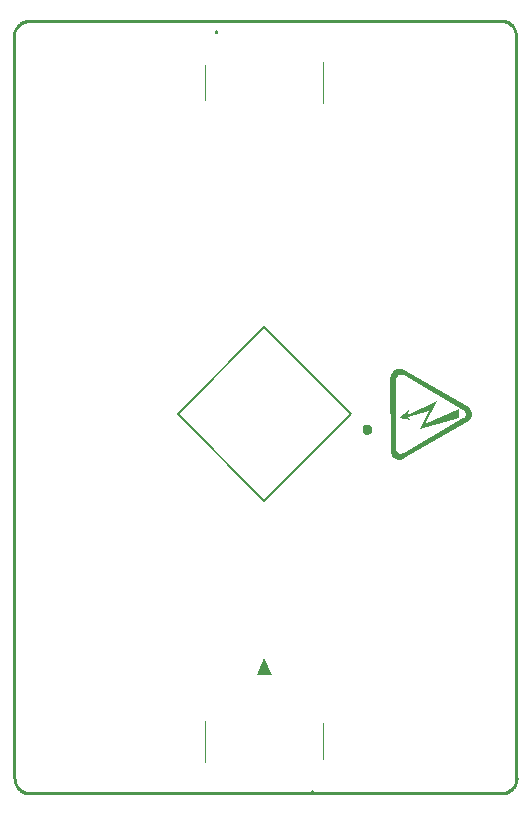
<source format=gbo>
%FSTAX23Y23*%
%MOIN*%
%SFA1B1*%

%IPPOS*%
%ADD10C,0.003940*%
%ADD12C,0.015750*%
%ADD13C,0.007870*%
%ADD14C,0.010000*%
%LNnas-craftsman_nixie_base_v1_1-1*%
%LPD*%
G36*
X18513Y00674D02*
X18537Y00732D01*
X18563Y00674*
X18513*
G37*
G36*
X18994Y01696D02*
X18997Y01695D01*
X19Y01694*
X19002Y01693*
X19003Y01692*
X19004Y01692*
X19214Y01571*
X19215Y0157*
X19216Y0157*
X19217Y01569*
X19217Y01569*
X19218Y01568*
X19219Y01567*
X1922Y01566*
X19221Y01566*
X19223Y01562*
X19225Y01559*
X19227Y01555*
X19228Y01552*
X19229Y01549*
X19229Y01547*
Y01545*
X19229Y01542*
X19228Y01539*
X19228Y01536*
X19227Y01534*
X19226Y01532*
X19225Y0153*
X19225Y0153*
X19225Y01529*
X19224Y01528*
X19224Y01527*
X19223Y01527*
X1922Y01523*
X19217Y0152*
X19215Y01519*
X19214Y01518*
X19213Y01518*
X19213Y01518*
X19004Y01397*
X19004Y01396*
X19003*
X19003*
X19002Y01395*
X19Y01395*
X19Y01394*
X18999*
X18998Y01394*
X18997Y01394*
X18995Y01393*
X18995Y01393*
X18995*
X1899Y01392*
X18987Y01393*
X18983Y01393*
X1898Y01394*
X18977Y01395*
X18975Y01396*
X18974Y01396*
X18973Y01397*
X18972Y01398*
X1897Y01398*
X18969Y01399*
X18969Y01399*
X18967Y01401*
X18966Y01402*
X18966Y01402*
X18963Y01406*
X18961Y0141*
X18959Y01413*
X18959Y01416*
X18958Y01419*
X18958Y01422*
X18957Y01668*
X18958Y01669*
X18958Y01671*
X18958Y01672*
X18958Y01673*
X18959Y01674*
Y01675*
X1896Y01679*
X18962Y01682*
X18965Y01685*
X18967Y01688*
X18969Y0169*
X18971Y01691*
X18972Y01692*
X18973Y01692*
X18973*
X18975Y01693*
X18976Y01694*
X18977Y01694*
X18977*
X18979Y01695*
X1898Y01695*
X18981Y01696*
X18981*
X18986Y01696*
X1899Y01696*
X18994Y01696*
G37*
%LNnas-craftsman_nixie_base_v1_1-2*%
%LPC*%
G36*
X18993Y01676D02*
X18993D01*
X18993*
X18989Y01676*
X18987Y01675*
X18985Y01674*
X18984Y01674*
X18984*
X18982Y01672*
X18981Y01671*
X18979Y01669*
X18978Y01668*
X18977Y01666*
X18977Y01665*
X18976Y01665*
Y01664*
X18976Y01663*
X18976Y01662*
X18976Y0143*
X18976Y01427*
X18977Y01425*
X18977Y01423*
X18978Y01421*
X18979Y0142*
X1898Y01419*
X1898Y01418*
X1898Y01418*
X18982Y01417*
X18982Y01417*
X18984Y01415*
X18984Y01415*
X18984*
X18987Y01414*
X18989Y01413*
X1899Y01413*
X18992*
X18994*
X18995*
X18996Y01413*
X18996*
X18997Y01414*
X18998Y01414*
X18998*
X19Y01414*
X19Y01415*
X19001*
X19001Y01415*
X192Y0153*
X19202Y01532*
X19204Y01533*
X19205Y01534*
X19205Y01535*
X19206Y01535*
Y01536*
X19206Y01536*
Y01536*
X19207Y01539*
X19208Y01542*
X19208Y01543*
Y01545*
X19208Y01547*
X19208Y01549*
X19206Y01553*
X19205Y01554*
X19204Y01555*
X19204Y01556*
X19204Y01556*
X19203Y01558*
X19202Y01558*
X19201Y01558*
X192Y01559*
X192*
X19001Y01674*
Y01674*
X18999Y01675*
X18996Y01676*
X18995Y01676*
X18994*
X18994*
X18994*
X18993Y01676*
G37*
%LNnas-craftsman_nixie_base_v1_1-3*%
%LPD*%
G36*
X19072Y01511D02*
X19186Y01561D01*
X19185Y01533*
X19056Y01496*
X19085Y01554*
X19016Y01536*
X19026Y01524*
X18987Y0153*
X19019Y01557*
X19016Y01541*
X19111Y01587*
X19072Y01511*
G37*
G54D10*
X18734Y00395D02*
Y00514D01*
Y00395D02*
Y00514D01*
X1834Y00386D02*
Y00523D01*
Y00386D02*
Y00523D01*
Y0259D02*
Y02708D01*
Y0259D02*
Y02708D01*
X18734Y0258D02*
Y02718D01*
Y0258D02*
Y02718D01*
G54D12*
X18886Y01494D02*
D01*
X18886Y01495*
X18886Y01495*
X18886Y01496*
X18886Y01496*
X18886Y01497*
X18886Y01497*
X18885Y01498*
X18885Y01498*
X18885Y01499*
X18885Y01499*
X18884Y015*
X18884Y015*
X18883Y015*
X18883Y01501*
X18882Y01501*
X18882Y01501*
X18881Y01501*
X18881Y01502*
X1888Y01502*
X1888Y01502*
X18879Y01502*
X18879Y01502*
X18878*
X18878Y01502*
X18877Y01502*
X18877Y01502*
X18876Y01502*
X18876Y01501*
X18875Y01501*
X18875Y01501*
X18874Y01501*
X18874Y015*
X18873Y015*
X18873Y015*
X18872Y01499*
X18872Y01499*
X18872Y01498*
X18872Y01498*
X18871Y01497*
X18871Y01497*
X18871Y01496*
X18871Y01496*
X18871Y01495*
X18871Y01495*
X18871Y01494*
X18871Y01494*
X18871Y01493*
X18871Y01493*
X18871Y01492*
X18871Y01491*
X18871Y01491*
X18872Y0149*
X18872Y0149*
X18872Y0149*
X18872Y01489*
X18873Y01489*
X18873Y01488*
X18874Y01488*
X18874Y01488*
X18875Y01487*
X18875Y01487*
X18876Y01487*
X18876Y01487*
X18877Y01487*
X18877Y01486*
X18878Y01486*
X18878Y01486*
X18879*
X18879Y01486*
X1888Y01486*
X1888Y01487*
X18881Y01487*
X18881Y01487*
X18882Y01487*
X18882Y01487*
X18883Y01488*
X18883Y01488*
X18884Y01488*
X18884Y01489*
X18885Y01489*
X18885Y0149*
X18885Y0149*
X18885Y0149*
X18886Y01491*
X18886Y01491*
X18886Y01492*
X18886Y01493*
X18886Y01493*
X18886Y01494*
X18886Y01494*
G54D13*
X18695Y00285D02*
D01*
X18695Y00285*
X18695Y00285*
X18695Y00285*
X18695Y00285*
X18695Y00285*
X18695Y00284*
X18695Y00284*
X18695Y00284*
X18695Y00284*
X18695Y00284*
X18695Y00284*
X18695Y00284*
X18695Y00284*
X18696Y00284*
X18696Y00284*
X18696Y00283*
X18696Y00283*
X18696Y00283*
X18696Y00283*
X18696Y00283*
X18696Y00283*
X18697Y00283*
X18697*
X18697Y00283*
X18697Y00283*
X18697Y00283*
X18697Y00283*
X18697Y00283*
X18697Y00283*
X18698Y00284*
X18698Y00284*
X18698Y00284*
X18698Y00284*
X18698Y00284*
X18698Y00284*
X18698Y00284*
X18698Y00284*
X18698Y00284*
X18698Y00284*
X18698Y00285*
X18699Y00285*
X18699Y00285*
X18699Y00285*
X18699Y00285*
X18699Y00285*
D01*
X18699Y00285*
X18699Y00286*
X18699Y00286*
X18698Y00286*
X18698Y00286*
X18698Y00286*
X18698Y00286*
X18698Y00286*
X18698Y00286*
X18698Y00287*
X18698Y00287*
X18698Y00287*
X18698Y00287*
X18698Y00287*
X18698Y00287*
X18697Y00287*
X18697Y00287*
X18697Y00287*
X18697Y00287*
X18697Y00287*
X18697Y00287*
X18697Y00287*
X18697*
X18696Y00287*
X18696Y00287*
X18696Y00287*
X18696Y00287*
X18696Y00287*
X18696Y00287*
X18696Y00287*
X18695Y00287*
X18695Y00287*
X18695Y00287*
X18695Y00287*
X18695Y00287*
X18695Y00286*
X18695Y00286*
X18695Y00286*
X18695Y00286*
X18695Y00286*
X18695Y00286*
X18695Y00286*
X18695Y00286*
X18695Y00285*
X18695Y00285*
D01*
X18695Y00285*
X18695Y00285*
X18695Y00285*
X18695Y00285*
X18695Y00285*
X18695Y00284*
X18695Y00284*
X18695Y00284*
X18695Y00284*
X18695Y00284*
X18695Y00284*
X18695Y00284*
X18695Y00284*
X18696Y00284*
X18696Y00284*
X18696Y00283*
X18696Y00283*
X18696Y00283*
X18696Y00283*
X18696Y00283*
X18696Y00283*
X18697Y00283*
X18697*
X18697Y00283*
X18697Y00283*
X18697Y00283*
X18697Y00283*
X18697Y00283*
X18697Y00283*
X18698Y00284*
X18698Y00284*
X18698Y00284*
X18698Y00284*
X18698Y00284*
X18698Y00284*
X18698Y00284*
X18698Y00284*
X18698Y00284*
X18698Y00284*
X18698Y00285*
X18699Y00285*
X18699Y00285*
X18699Y00285*
X18699Y00285*
X18699Y00285*
X1838Y02818D02*
D01*
X1838Y02818*
X1838Y02819*
X1838Y02819*
X1838Y02819*
X1838Y02819*
X1838Y02819*
X18379Y02819*
X18379Y02819*
X18379Y02819*
X18379Y0282*
X18379Y0282*
X18379Y0282*
X18379Y0282*
X18379Y0282*
X18379Y0282*
X18379Y0282*
X18378Y0282*
X18378Y0282*
X18378Y0282*
X18378Y0282*
X18378Y0282*
X18378Y0282*
X18378*
X18378Y0282*
X18377Y0282*
X18377Y0282*
X18377Y0282*
X18377Y0282*
X18377Y0282*
X18377Y0282*
X18377Y0282*
X18376Y0282*
X18376Y0282*
X18376Y0282*
X18376Y0282*
X18376Y02819*
X18376Y02819*
X18376Y02819*
X18376Y02819*
X18376Y02819*
X18376Y02819*
X18376Y02819*
X18376Y02819*
X18376Y02818*
X18376Y02818*
D01*
X18376Y02818*
X18376Y02818*
X18376Y02818*
X18376Y02818*
X18376Y02818*
X18376Y02817*
X18376Y02817*
X18376Y02817*
X18376Y02817*
X18376Y02817*
X18376Y02817*
X18376Y02817*
X18376Y02817*
X18377Y02817*
X18377Y02817*
X18377Y02817*
X18377Y02816*
X18377Y02816*
X18377Y02816*
X18377Y02816*
X18378Y02816*
X18378Y02816*
X18378*
X18378Y02816*
X18378Y02816*
X18378Y02816*
X18378Y02816*
X18378Y02816*
X18379Y02817*
X18379Y02817*
X18379Y02817*
X18379Y02817*
X18379Y02817*
X18379Y02817*
X18379Y02817*
X18379Y02817*
X18379Y02817*
X18379Y02817*
X1838Y02817*
X1838Y02818*
X1838Y02818*
X1838Y02818*
X1838Y02818*
X1838Y02818*
X1838Y02818*
D01*
X1838Y02818*
X1838Y02819*
X1838Y02819*
X1838Y02819*
X1838Y02819*
X1838Y02819*
X18379Y02819*
X18379Y02819*
X18379Y02819*
X18379Y0282*
X18379Y0282*
X18379Y0282*
X18379Y0282*
X18379Y0282*
X18379Y0282*
X18379Y0282*
X18378Y0282*
X18378Y0282*
X18378Y0282*
X18378Y0282*
X18378Y0282*
X18378Y0282*
X18378*
X18378Y0282*
X18377Y0282*
X18377Y0282*
X18377Y0282*
X18377Y0282*
X18377Y0282*
X18377Y0282*
X18377Y0282*
X18376Y0282*
X18376Y0282*
X18376Y0282*
X18376Y0282*
X18376Y02819*
X18376Y02819*
X18376Y02819*
X18376Y02819*
X18376Y02819*
X18376Y02819*
X18376Y02819*
X18376Y02819*
X18376Y02818*
X18376Y02818*
X18537Y01256D02*
X18827Y01546D01*
X18248D02*
X18537Y01256D01*
X18248Y01546D02*
X18537Y01835D01*
X18827Y01546*
G54D14*
X17704Y00331D02*
D01*
X17705Y00327*
X17705Y00324*
X17706Y0032*
X17706Y00317*
X17707Y00314*
X17709Y00311*
X1771Y00307*
X17712Y00304*
X17714Y00301*
X17716Y00299*
X17718Y00296*
X17721Y00294*
X17724Y00291*
X17726Y00289*
X17729Y00288*
X17733Y00286*
X17736Y00284*
X17739Y00283*
X17742Y00282*
X17746Y00282*
X17749Y00281*
X17753Y00281*
X17754Y00281*
X17753Y02855D02*
D01*
X17749Y02855*
X17746Y02855*
X17743Y02854*
X17739Y02853*
X17736Y02852*
X17733Y02851*
X1773Y02849*
X17726Y02848*
X17724Y02846*
X17721Y02843*
X17718Y02841*
X17716Y02839*
X17714Y02836*
X17712Y02833*
X1771Y0283*
X17708Y02827*
X17707Y02824*
X17705Y02821*
X17704Y02817*
X17704Y02814*
X17703Y0281*
X17703Y02807*
X17703Y02805*
X19376D02*
D01*
X19376Y02809*
X19376Y02812*
X19375Y02815*
X19374Y02819*
X19373Y02822*
X19372Y02825*
X1937Y02829*
X19369Y02832*
X19367Y02834*
X19365Y02837*
X19362Y0284*
X1936Y02842*
X19357Y02845*
X19354Y02847*
X19351Y02848*
X19348Y0285*
X19345Y02851*
X19342Y02853*
X19338Y02854*
X19335Y02854*
X19331Y02855*
X19328Y02855*
X19326Y02855*
X19328Y00281D02*
D01*
X19331Y00281*
X19335Y00281*
X19338Y00282*
X19342Y00283*
X19345Y00284*
X19348Y00285*
X19351Y00287*
X19354Y00288*
X19357Y0029*
X1936Y00293*
X19362Y00295*
X19365Y00297*
X19367Y003*
X19369Y00303*
X19371Y00306*
X19373Y00309*
X19374Y00312*
X19375Y00315*
X19376Y00319*
X19377Y00322*
X19377Y00326*
X19378Y00329*
X19378Y00331*
X17935Y00281D02*
X19132D01*
X1794Y02855D02*
X19134D01*
X17753D02*
X19326D01*
X17754Y00281D02*
X19328D01*
X17703Y00334D02*
Y02805D01*
X19376Y00328D02*
Y02809D01*
M02*
</source>
